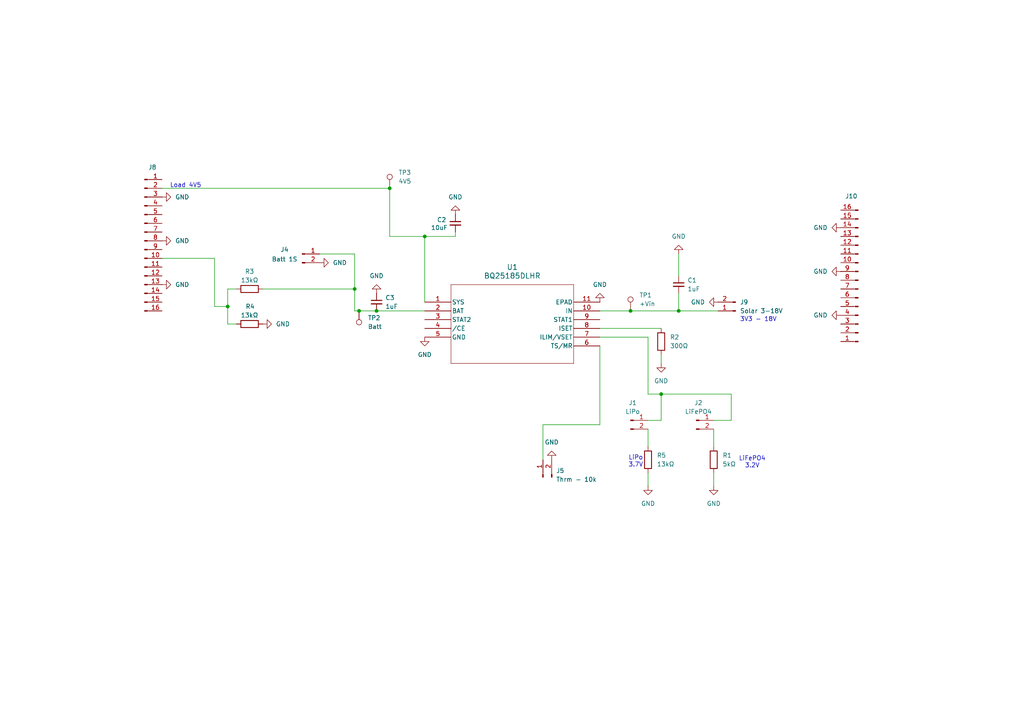
<source format=kicad_sch>
(kicad_sch (version 20231120) (generator "eeschema") (generator_version "8.0")
  (paper "A4")
  (title_block (title "Burly Mountain LiPo/LiFePO4 Solar Charger") (date "2024-12-18") (rev "1.1") (company "Burly Mountain"))
  (lib_symbols
    (symbol "2024-11-20_00-25-06:BQ25185DLHR" (pin_names (offset 0.254))
      (property "Reference" "U" (at 25.4 10.16 0))
      (property "Value" "BQ25185DLHR" (at 25.4 7.62 0))
      (symbol "BQ25185DLHR_0_1"
        (polyline (pts (xy 7.62 -17.78) (xy 43.18 -17.78)) (stroke (width 0.127)))
        (polyline (pts (xy 7.62 5.08) (xy 7.62 -17.78)) (stroke (width 0.127)))
        (polyline (pts (xy 43.18 -17.78) (xy 43.18 5.08)) (stroke (width 0.127)))
        (polyline (pts (xy 43.18 5.08) (xy 7.62 5.08)) (stroke (width 0.127)))
        (pin power_in line (at 0 0 0) (length 7.62) (name "SYS") (number "1"))
        (pin input line (at 50.8 -2.54 180) (length 7.62) (name "IN") (number "10"))
        (pin unspecified line (at 50.8 0 180) (length 7.62) (name "EPAD") (number "11"))
        (pin power_in line (at 0 -2.54 0) (length 7.62) (name "BAT") (number "2"))
        (pin output line (at 0 -5.08 0) (length 7.62) (name "STAT2") (number "3"))
        (pin input line (at 0 -7.62 0) (length 7.62) (name "/CE") (number "4"))
        (pin power_out line (at 0 -10.16 0) (length 7.62) (name "GND") (number "5"))
        (pin bidirectional line (at 50.8 -12.7 180) (length 7.62) (name "TS/MR") (number "6"))
        (pin bidirectional line (at 50.8 -10.16 180) (length 7.62) (name "ILIM/VSET") (number "7"))
        (pin bidirectional line (at 50.8 -7.62 180) (length 7.62) (name "ISET") (number "8"))
        (pin output line (at 50.8 -5.08 180) (length 7.62) (name "STAT1") (number "9"))
      )
    )
    (symbol "Connector:Conn_01x02_Pin" (pin_names (offset 1.016) hide)
      (property "Reference" "J" (at 0 2.54 0))
      (property "Value" "Conn_01x02_Pin" (at 0 -5.08 0))
      (symbol "Conn_01x02_Pin_1_1"
        (polyline (pts (xy 1.27 -2.54) (xy 0.8636 -2.54)) (stroke (width 0.1524)))
        (polyline (pts (xy 1.27 0) (xy 0.8636 0)) (stroke (width 0.1524)))
        (rectangle (start 0.8636 -2.413) (end 0 -2.667) (stroke (width 0.1524)) (fill (type outline)))
        (rectangle (start 0.8636 0.127) (end 0 -0.127) (stroke (width 0.1524)) (fill (type outline)))
        (pin passive line (at 5.08 0 180) (length 3.81) (name "Pin_1") (number "1"))
        (pin passive line (at 5.08 -2.54 180) (length 3.81) (name "Pin_2") (number "2"))
      )
    )
    (symbol "Connector:Conn_01x16_Pin" (pin_names (offset 1.016) hide)
      (property "Reference" "J" (at 0 20.32 0))
      (property "Value" "Conn_01x16_Pin" (at 0 -22.86 0))
      (symbol "Conn_01x16_Pin_1_1"
        (polyline (pts (xy 1.27 -20.32) (xy 0.8636 -20.32)) (stroke (width 0.1524)))
        (polyline (pts (xy 1.27 -17.78) (xy 0.8636 -17.78)) (stroke (width 0.1524)))
        (polyline (pts (xy 1.27 -15.24) (xy 0.8636 -15.24)) (stroke (width 0.1524)))
        (polyline (pts (xy 1.27 -12.7) (xy 0.8636 -12.7)) (stroke (width 0.1524)))
        (polyline (pts (xy 1.27 -10.16) (xy 0.8636 -10.16)) (stroke (width 0.1524)))
        (polyline (pts (xy 1.27 -7.62) (xy 0.8636 -7.62)) (stroke (width 0.1524)))
        (polyline (pts (xy 1.27 -5.08) (xy 0.8636 -5.08)) (stroke (width 0.1524)))
        (polyline (pts (xy 1.27 -2.54) (xy 0.8636 -2.54)) (stroke (width 0.1524)))
        (polyline (pts (xy 1.27 0) (xy 0.8636 0)) (stroke (width 0.1524)))
        (polyline (pts (xy 1.27 2.54) (xy 0.8636 2.54)) (stroke (width 0.1524)))
        (polyline (pts (xy 1.27 5.08) (xy 0.8636 5.08)) (stroke (width 0.1524)))
        (polyline (pts (xy 1.27 7.62) (xy 0.8636 7.62)) (stroke (width 0.1524)))
        (polyline (pts (xy 1.27 10.16) (xy 0.8636 10.16)) (stroke (width 0.1524)))
        (polyline (pts (xy 1.27 12.7) (xy 0.8636 12.7)) (stroke (width 0.1524)))
        (polyline (pts (xy 1.27 15.24) (xy 0.8636 15.24)) (stroke (width 0.1524)))
        (polyline (pts (xy 1.27 17.78) (xy 0.8636 17.78)) (stroke (width 0.1524)))
        (rectangle (start 0.8636 -20.193) (end 0 -20.447) (stroke (width 0.1524)) (fill (type outline)))
        (rectangle (start 0.8636 -17.653) (end 0 -17.907) (stroke (width 0.1524)) (fill (type outline)))
        (rectangle (start 0.8636 -15.113) (end 0 -15.367) (stroke (width 0.1524)) (fill (type outline)))
        (rectangle (start 0.8636 -12.573) (end 0 -12.827) (stroke (width 0.1524)) (fill (type outline)))
        (rectangle (start 0.8636 -10.033) (end 0 -10.287) (stroke (width 0.1524)) (fill (type outline)))
        (rectangle (start 0.8636 -7.493) (end 0 -7.747) (stroke (width 0.1524)) (fill (type outline)))
        (rectangle (start 0.8636 -4.953) (end 0 -5.207) (stroke (width 0.1524)) (fill (type outline)))
        (rectangle (start 0.8636 -2.413) (end 0 -2.667) (stroke (width 0.1524)) (fill (type outline)))
        (rectangle (start 0.8636 0.127) (end 0 -0.127) (stroke (width 0.1524)) (fill (type outline)))
        (rectangle (start 0.8636 2.667) (end 0 2.413) (stroke (width 0.1524)) (fill (type outline)))
        (rectangle (start 0.8636 5.207) (end 0 4.953) (stroke (width 0.1524)) (fill (type outline)))
        (rectangle (start 0.8636 7.747) (end 0 7.493) (stroke (width 0.1524)) (fill (type outline)))
        (rectangle (start 0.8636 10.287) (end 0 10.033) (stroke (width 0.1524)) (fill (type outline)))
        (rectangle (start 0.8636 12.827) (end 0 12.573) (stroke (width 0.1524)) (fill (type outline)))
        (rectangle (start 0.8636 15.367) (end 0 15.113) (stroke (width 0.1524)) (fill (type outline)))
        (rectangle (start 0.8636 17.907) (end 0 17.653) (stroke (width 0.1524)) (fill (type outline)))
        (pin passive line (at 5.08 17.78 180) (length 3.81) (name "Pin_1") (number "1"))
        (pin passive line (at 5.08 -5.08 180) (length 3.81) (name "Pin_10") (number "10"))
        (pin passive line (at 5.08 -7.62 180) (length 3.81) (name "Pin_11") (number "11"))
        (pin passive line (at 5.08 -10.16 180) (length 3.81) (name "Pin_12") (number "12"))
        (pin passive line (at 5.08 -12.7 180) (length 3.81) (name "Pin_13") (number "13"))
        (pin passive line (at 5.08 -15.24 180) (length 3.81) (name "Pin_14") (number "14"))
        (pin passive line (at 5.08 -17.78 180) (length 3.81) (name "Pin_15") (number "15"))
        (pin passive line (at 5.08 -20.32 180) (length 3.81) (name "Pin_16") (number "16"))
        (pin passive line (at 5.08 15.24 180) (length 3.81) (name "Pin_2") (number "2"))
        (pin passive line (at 5.08 12.7 180) (length 3.81) (name "Pin_3") (number "3"))
        (pin passive line (at 5.08 10.16 180) (length 3.81) (name "Pin_4") (number "4"))
        (pin passive line (at 5.08 7.62 180) (length 3.81) (name "Pin_5") (number "5"))
        (pin passive line (at 5.08 5.08 180) (length 3.81) (name "Pin_6") (number "6"))
        (pin passive line (at 5.08 2.54 180) (length 3.81) (name "Pin_7") (number "7"))
        (pin passive line (at 5.08 0 180) (length 3.81) (name "Pin_8") (number "8"))
        (pin passive line (at 5.08 -2.54 180) (length 3.81) (name "Pin_9") (number "9"))
      )
    )
    (symbol "Connector:TestPoint" (pin_numbers hide) (pin_names (offset 0.762) hide)
      (property "Reference" "TP" (at 0 6.858 0))
      (property "Value" "TestPoint" (at 0 5.08 0))
      (symbol "TestPoint_0_1"
        (circle (center 0 3.302) (radius 0.762))
      )
      (symbol "TestPoint_1_1"
        (pin passive line (at 0 0 90) (length 2.54) (name "1") (number "1"))
      )
    )
    (symbol "Device:C_Small" (pin_numbers hide) (pin_names (offset 0.254) hide)
      (property "Reference" "C" (at 0.254 1.778 0))
      (property "Value" "C_Small" (at 0.254 -2.032 0))
      (symbol "C_Small_0_1"
        (polyline (pts (xy -1.524 -0.508) (xy 1.524 -0.508)) (stroke (width 0.3302)))
        (polyline (pts (xy -1.524 0.508) (xy 1.524 0.508)) (stroke (width 0.3048)))
      )
      (symbol "C_Small_1_1"
        (pin passive line (at 0 2.54 270) (length 2.032) (name "~") (number "1"))
        (pin passive line (at 0 -2.54 90) (length 2.032) (name "~") (number "2"))
      )
    )
    (symbol "Device:R" (pin_numbers hide) (pin_names (offset 0))
      (property "Reference" "R" (at 2.032 0 90))
      (property "Value" "R" (at 0 0 90))
      (symbol "R_0_1"
        (rectangle (start -1.016 -2.54) (end 1.016 2.54) (stroke (width 0.254)))
      )
      (symbol "R_1_1"
        (pin passive line (at 0 3.81 270) (length 1.27) (name "~") (number "1"))
        (pin passive line (at 0 -3.81 90) (length 1.27) (name "~") (number "2"))
      )
    )
    (symbol "power:GND" (power) (pin_numbers hide) (pin_names (offset 0) hide)
      (property "Value" "GND" (at 0 -3.81 0))
      (symbol "GND_0_1"
        (polyline (pts (xy 0 0) (xy 0 -1.27) (xy 1.27 -1.27) (xy 0 -2.54) (xy -1.27 -1.27) (xy 0 -1.27)))
      )
      (symbol "GND_1_1"
        (pin power_in line (at 0 0 270) (length 0) (name "~") (number "1"))
      )
    )
  )
  (junction (at 191.77 114.3))
  (junction (at 109.22 90.17))
  (junction (at 182.88 90.17))
  (junction (at 196.85 90.17))
  (junction (at 102.87 83.82))
  (junction (at 113.03 54.61))
  (junction (at 104.14 90.17))
  (junction (at 66.04 88.9))
  (junction (at 123.19 68.58))
  (wire (pts (xy 113.03 68.58) (xy 123.19 68.58)))
  (wire (pts (xy 62.23 88.9) (xy 62.23 74.93)))
  (wire (pts (xy 46.99 74.93) (xy 62.23 74.93)))
  (wire (pts (xy 132.08 67.31) (xy 132.08 68.58)))
  (wire (pts (xy 212.09 121.92) (xy 207.01 121.92)))
  (wire (pts (xy 109.22 90.17) (xy 123.19 90.17)))
  (wire (pts (xy 104.14 90.17) (xy 102.87 90.17)))
  (wire (pts (xy 66.04 88.9) (xy 66.04 93.98)))
  (wire (pts (xy 191.77 102.87) (xy 191.77 105.41)))
  (wire (pts (xy 113.03 68.58) (xy 113.03 54.61)))
  (wire (pts (xy 207.01 124.46) (xy 207.01 129.54)))
  (wire (pts (xy 132.08 68.58) (xy 123.19 68.58)))
  (wire (pts (xy 207.01 137.16) (xy 207.01 140.97)))
  (wire (pts (xy 196.85 73.66) (xy 196.85 80.01)))
  (wire (pts (xy 157.48 123.19) (xy 173.99 123.19)))
  (wire (pts (xy 191.77 114.3) (xy 191.77 121.92)))
  (wire (pts (xy 173.99 100.33) (xy 173.99 123.19)))
  (wire (pts (xy 113.03 54.61) (xy 46.99 54.61)))
  (wire (pts (xy 187.96 114.3) (xy 191.77 114.3)))
  (wire (pts (xy 191.77 121.92) (xy 187.96 121.92)))
  (wire (pts (xy 212.09 114.3) (xy 212.09 121.92)))
  (wire (pts (xy 187.96 97.79) (xy 187.96 114.3)))
  (wire (pts (xy 123.19 68.58) (xy 123.19 87.63)))
  (wire (pts (xy 173.99 97.79) (xy 187.96 97.79)))
  (wire (pts (xy 196.85 90.17) (xy 208.28 90.17)))
  (wire (pts (xy 109.22 90.17) (xy 104.14 90.17)))
  (wire (pts (xy 102.87 73.66) (xy 92.71 73.66)))
  (wire (pts (xy 66.04 88.9) (xy 62.23 88.9)))
  (wire (pts (xy 102.87 90.17) (xy 102.87 83.82)))
  (wire (pts (xy 102.87 83.82) (xy 102.87 73.66)))
  (wire (pts (xy 182.88 90.17) (xy 196.85 90.17)))
  (wire (pts (xy 191.77 114.3) (xy 212.09 114.3)))
  (wire (pts (xy 173.99 90.17) (xy 182.88 90.17)))
  (wire (pts (xy 66.04 83.82) (xy 66.04 88.9)))
  (wire (pts (xy 66.04 93.98) (xy 68.58 93.98)))
  (wire (pts (xy 76.2 83.82) (xy 102.87 83.82)))
  (wire (pts (xy 187.96 137.16) (xy 187.96 140.97)))
  (wire (pts (xy 187.96 124.46) (xy 187.96 129.54)))
  (wire (pts (xy 196.85 85.09) (xy 196.85 90.17)))
  (wire (pts (xy 157.48 123.19) (xy 157.48 133.35)))
  (wire (pts (xy 173.99 95.25) (xy 191.77 95.25)))
  (wire (pts (xy 68.58 83.82) (xy 66.04 83.82)))
  (text "Load 4V5" (at 53.848 53.848 0) (effects (font (size 1.27 1.27))))
  (text "3V3 - 18V" (at 219.964 92.71 0) (effects (font (size 1.27 1.27))))
  (text "LiFePO4\n3.2V" (at 218.186 134.112 0) (effects (font (size 1.27 1.27))))
  (text "LiPo\n3.7V" (at 184.404 133.858 0) (effects (font (size 1.27 1.27))))
  (symbol (lib_id "Device:R") (at 187.96 133.35 0) (unit 1)
    (property "Reference" "R5" (at 190.5 132.0799 0) (effects (justify left)))
    (property "Value" "13kΩ" (at 190.5 134.6199 0) (effects (justify left)))
    (property "Footprint" "Resistor_SMD:R_0805_2012Metric" (effects (hide yes)))
    (property "Description" "Resistor" (effects (hide yes)))
  )
  (symbol (lib_id "Connector:Conn_01x02_Pin") (at 157.48 138.43 90) (unit 1)
    (property "Reference" "J5" (at 161.29 136.5249 90) (effects (justify right)))
    (property "Value" "Thrm - 10k" (at 161.29 139.0649 90) (effects (justify right)))
    (property "Footprint" "Connector_Wire:SolderWire-0.5sqmm_1x02_P4.6mm_D0.9mm_OD2.1mm" (effects (hide yes)))
    (property "Description" "Generic connector, single row, 01x02, script generated" (effects (hide yes)))
  )
  (symbol (lib_id "Device:C_Small") (at 132.08 64.77 0) (unit 1)
    (property "Reference" "C2" (at 126.746 63.754 0) (effects (justify left)))
    (property "Value" "10uF" (at 124.968 66.04 0) (effects (justify left)))
    (property "Footprint" "Capacitor_SMD:C_0805_2012Metric" (effects (hide yes)))
    (property "Description" "Unpolarized capacitor, small symbol" (effects (hide yes)))
  )
  (symbol (lib_id "power:GND") (at 243.84 78.74 270) (unit 1)
    (property "Reference" "#PWR021" (effects (hide yes)))
    (property "Value" "GND" (at 240.03 78.7399 90) (effects (justify right)))
    (property "Description" "Power symbol creates a global label with name \"GND\" , ground" (effects (hide yes)))
  )
  (symbol (lib_id "power:GND") (at 160.02 133.35 180) (unit 1)
    (property "Reference" "#PWR07" (effects (hide yes)))
    (property "Value" "GND" (at 160.02 128.27 0))
    (property "Description" "Power symbol creates a global label with name \"GND\" , ground" (effects (hide yes)))
  )
  (symbol (lib_id "Connector:Conn_01x16_Pin") (at 248.92 81.28 180) (unit 1)
    (property "Reference" "J10" (at 245.11 56.896 0) (effects (justify right)))
    (property "Value" "Conn_01x16_Pin" (effects (hide yes)))
    (property "Footprint" "Connector_PinHeader_2.54mm:PinHeader_1x16_P2.54mm_Vertical" (effects (hide yes)))
    (property "Description" "Generic connector, single row, 01x16, script generated" (effects (hide yes)))
  )
  (symbol (lib_id "Connector:Conn_01x16_Pin") (at 41.91 69.85 0) (unit 1)
    (property "Reference" "J8" (at 44.196 48.514 0))
    (property "Value" "Conn_01x16_Pin" (effects (hide yes)))
    (property "Footprint" "Connector_PinHeader_2.54mm:PinHeader_1x16_P2.54mm_Vertical" (effects (hide yes)))
    (property "Description" "Generic connector, single row, 01x16, script generated" (effects (hide yes)))
  )
  (symbol (lib_id "Connector:TestPoint") (at 104.14 90.17 180) (unit 1)
    (property "Reference" "TP2" (at 106.68 92.2019 0) (effects (justify right)))
    (property "Value" "Batt" (at 106.68 94.7419 0) (effects (justify right)))
    (property "Footprint" "TestPoint:TestPoint_Pad_D1.0mm" (effects (hide yes)))
    (property "Description" "test point" (effects (hide yes)))
  )
  (symbol (lib_id "Connector:Conn_01x02_Pin") (at 87.63 73.66 0) (unit 1)
    (property "Reference" "J4" (at 82.55 72.39 0))
    (property "Value" "Batt 1S" (at 82.55 75.184 0))
    (property "Footprint" "Connector_JST:JST_PH_S2B-PH-K_1x02_P2.00mm_Horizontal" (effects (hide yes)))
    (property "Description" "Generic connector, single row, 01x02, script generated" (effects (hide yes)))
  )
  (symbol (lib_id "power:GND") (at 196.85 73.66 180) (unit 1)
    (property "Reference" "#PWR01" (effects (hide yes)))
    (property "Value" "GND" (at 196.85 68.58 0))
    (property "Description" "Power symbol creates a global label with name \"GND\" , ground" (effects (hide yes)))
  )
  (symbol (lib_id "power:GND") (at 243.84 66.04 270) (unit 1)
    (property "Reference" "#PWR018" (effects (hide yes)))
    (property "Value" "GND" (at 240.03 66.0399 90) (effects (justify right)))
    (property "Description" "Power symbol creates a global label with name \"GND\" , ground" (effects (hide yes)))
  )
  (symbol (lib_id "Device:C_Small") (at 196.85 82.55 0) (unit 1)
    (property "Reference" "C1" (at 199.39 81.2862 0) (effects (justify left)))
    (property "Value" "1uF" (at 199.39 83.8262 0) (effects (justify left)))
    (property "Footprint" "Capacitor_SMD:C_0805_2012Metric" (effects (hide yes)))
    (property "Description" "Unpolarized capacitor, small symbol" (effects (hide yes)))
  )
  (symbol (lib_id "Device:C_Small") (at 109.22 87.63 0) (unit 1)
    (property "Reference" "C3" (at 111.76 86.3662 0) (effects (justify left)))
    (property "Value" "1uF" (at 111.76 88.9062 0) (effects (justify left)))
    (property "Footprint" "Capacitor_SMD:C_0805_2012Metric" (effects (hide yes)))
    (property "Description" "Unpolarized capacitor, small symbol" (effects (hide yes)))
  )
  (symbol (lib_id "Connector:Conn_01x02_Pin") (at 201.93 121.92 0) (unit 1)
    (property "Reference" "J2" (at 202.565 116.84 0))
    (property "Value" "LiFePO4" (at 202.565 119.38 0))
    (property "Footprint" "Connector_PinHeader_2.54mm:PinHeader_1x02_P2.54mm_Vertical" (effects (hide yes)))
    (property "Description" "Generic connector, single row, 01x02, script generated" (effects (hide yes)))
  )
  (symbol (lib_id "power:GND") (at 132.08 62.23 180) (unit 1)
    (property "Reference" "#PWR02" (effects (hide yes)))
    (property "Value" "GND" (at 132.08 57.15 0))
    (property "Description" "Power symbol creates a global label with name \"GND\" , ground" (effects (hide yes)))
  )
  (symbol (lib_id "Connector:Conn_01x02_Pin") (at 182.88 121.92 0) (unit 1)
    (property "Reference" "J1" (at 183.515 116.84 0))
    (property "Value" "LiPo" (at 183.515 119.38 0))
    (property "Footprint" "Connector_PinHeader_2.54mm:PinHeader_1x02_P2.54mm_Vertical" (effects (hide yes)))
    (property "Description" "Generic connector, single row, 01x02, script generated" (effects (hide yes)))
  )
  (symbol (lib_id "Connector:TestPoint") (at 113.03 54.61 0) (unit 1)
    (property "Reference" "TP3" (at 115.57 50.0379 0) (effects (justify left)))
    (property "Value" "4V5" (at 115.57 52.5779 0) (effects (justify left)))
    (property "Footprint" "TestPoint:TestPoint_Pad_D1.0mm" (effects (hide yes)))
    (property "Description" "test point" (effects (hide yes)))
  )
  (symbol (lib_id "Device:R") (at 207.01 133.35 0) (unit 1)
    (property "Reference" "R1" (at 209.55 132.0799 0) (effects (justify left)))
    (property "Value" "5kΩ" (at 209.55 134.6199 0) (effects (justify left)))
    (property "Footprint" "Resistor_SMD:R_0805_2012Metric" (effects (hide yes)))
    (property "Description" "Resistor" (effects (hide yes)))
  )
  (symbol (lib_id "Device:R") (at 72.39 83.82 90) (unit 1)
    (property "Reference" "R3" (at 72.39 78.74 90))
    (property "Value" "13kΩ" (at 72.39 81.28 90))
    (property "Footprint" "Resistor_SMD:R_0805_2012Metric" (effects (hide yes)))
    (property "Description" "Resistor" (effects (hide yes)))
  )
  (symbol (lib_id "Device:R") (at 72.39 93.98 90) (unit 1)
    (property "Reference" "R4" (at 73.914 88.9 90) (effects (justify left)))
    (property "Value" "13kΩ" (at 74.93 91.44 90) (effects (justify left)))
    (property "Footprint" "Resistor_SMD:R_0805_2012Metric" (effects (hide yes)))
    (property "Description" "Resistor" (effects (hide yes)))
  )
  (symbol (lib_id "power:GND") (at 46.99 69.85 90) (unit 1)
    (property "Reference" "#PWR019" (effects (hide yes)))
    (property "Value" "GND" (at 50.8 69.8499 90) (effects (justify right)))
    (property "Description" "Power symbol creates a global label with name \"GND\" , ground" (effects (hide yes)))
  )
  (symbol (lib_id "power:GND") (at 173.99 87.63 180) (unit 1)
    (property "Reference" "#PWR016" (effects (hide yes)))
    (property "Value" "GND" (at 173.99 82.55 0))
    (property "Description" "Power symbol creates a global label with name \"GND\" , ground" (effects (hide yes)))
  )
  (symbol (lib_id "power:GND") (at 207.01 140.97 0) (unit 1)
    (property "Reference" "#PWR08" (effects (hide yes)))
    (property "Value" "GND" (at 207.01 146.05 0))
    (property "Description" "Power symbol creates a global label with name \"GND\" , ground" (effects (hide yes)))
  )
  (symbol (lib_id "power:GND") (at 109.22 85.09 180) (unit 1)
    (property "Reference" "#PWR04" (effects (hide yes)))
    (property "Value" "GND" (at 109.22 80.01 0))
    (property "Description" "Power symbol creates a global label with name \"GND\" , ground" (effects (hide yes)))
  )
  (symbol (lib_id "power:GND") (at 187.96 140.97 0) (unit 1)
    (property "Reference" "#PWR014" (effects (hide yes)))
    (property "Value" "GND" (at 187.96 146.05 0))
    (property "Description" "Power symbol creates a global label with name \"GND\" , ground" (effects (hide yes)))
  )
  (symbol (lib_id "power:GND") (at 46.99 57.15 90) (unit 1)
    (property "Reference" "#PWR010" (effects (hide yes)))
    (property "Value" "GND" (at 50.8 57.1499 90) (effects (justify right)))
    (property "Description" "Power symbol creates a global label with name \"GND\" , ground" (effects (hide yes)))
  )
  (symbol (lib_id "power:GND") (at 123.19 97.79 0) (unit 1)
    (property "Reference" "#PWR05" (effects (hide yes)))
    (property "Value" "GND" (at 123.19 102.87 0))
    (property "Description" "Power symbol creates a global label with name \"GND\" , ground" (effects (hide yes)))
  )
  (symbol (lib_id "Connector:Conn_01x02_Pin") (at 213.36 90.17 180) (unit 1)
    (property "Reference" "J9" (at 214.63 87.6299 0) (effects (justify right)))
    (property "Value" "Solar 3-18V" (at 214.63 90.1699 0) (effects (justify right)))
    (property "Footprint" "Connector_JST:JST_PH_S2B-PH-K_1x02_P2.00mm_Horizontal" (effects (hide yes)))
    (property "Description" "Generic connector, single row, 01x02, script generated" (effects (hide yes)))
  )
  (symbol (lib_id "Device:R") (at 191.77 99.06 0) (unit 1)
    (property "Reference" "R2" (at 194.31 97.7899 0) (effects (justify left)))
    (property "Value" "300Ω" (at 194.31 100.3299 0) (effects (justify left)))
    (property "Footprint" "Resistor_SMD:R_0805_2012Metric" (effects (hide yes)))
    (property "Description" "Resistor" (effects (hide yes)))
  )
  (symbol (lib_id "power:GND") (at 46.99 82.55 90) (unit 1)
    (property "Reference" "#PWR017" (effects (hide yes)))
    (property "Value" "GND" (at 50.8 82.5499 90) (effects (justify right)))
    (property "Description" "Power symbol creates a global label with name \"GND\" , ground" (effects (hide yes)))
  )
  (symbol (lib_id "power:GND") (at 76.2 93.98 90) (unit 1)
    (property "Reference" "#PWR011" (effects (hide yes)))
    (property "Value" "GND" (at 80.01 93.9799 90) (effects (justify right)))
    (property "Description" "Power symbol creates a global label with name \"GND\" , ground" (effects (hide yes)))
  )
  (symbol (lib_id "power:GND") (at 191.77 105.41 0) (unit 1)
    (property "Reference" "#PWR015" (effects (hide yes)))
    (property "Value" "GND" (at 191.77 110.49 0))
    (property "Description" "Power symbol creates a global label with name \"GND\" , ground" (effects (hide yes)))
  )
  (symbol (lib_id "Connector:TestPoint") (at 182.88 90.17 0) (unit 1)
    (property "Reference" "TP1" (at 185.42 85.5979 0) (effects (justify left)))
    (property "Value" "+Vin" (at 185.42 88.1379 0) (effects (justify left)))
    (property "Footprint" "TestPoint:TestPoint_Pad_D1.0mm" (effects (hide yes)))
    (property "Description" "test point" (effects (hide yes)))
  )
  (symbol (lib_id "power:GND") (at 92.71 76.2 90) (unit 1)
    (property "Reference" "#PWR03" (effects (hide yes)))
    (property "Value" "GND" (at 96.52 76.1999 90) (effects (justify right)))
    (property "Description" "Power symbol creates a global label with name \"GND\" , ground" (effects (hide yes)))
  )
  (symbol (lib_id "power:GND") (at 208.28 87.63 270) (unit 1)
    (property "Reference" "#PWR09" (effects (hide yes)))
    (property "Value" "GND" (at 204.47 87.6299 90) (effects (justify right)))
    (property "Description" "Power symbol creates a global label with name \"GND\" , ground" (effects (hide yes)))
  )
  (symbol (lib_id "power:GND") (at 243.84 91.44 270) (unit 1)
    (property "Reference" "#PWR020" (effects (hide yes)))
    (property "Value" "GND" (at 240.03 91.4399 90) (effects (justify right)))
    (property "Description" "Power symbol creates a global label with name \"GND\" , ground" (effects (hide yes)))
  )
  (symbol (lib_id "2024-11-20_00-25-06:BQ25185DLHR") (at 123.19 87.63 0) (unit 1)
    (property "Reference" "U1" (at 148.59 77.47 0) (effects (font (size 1.524 1.524))))
    (property "Value" "BQ25185DLHR" (at 148.59 80.01 0) (effects (font (size 1.524 1.524))))
    (property "Footprint" "bq25185 footprints:WSON10_DLH_TEX" (effects (hide yes)))
    (property "Datasheet" "BQ25185DLHR" (effects (hide yes)))
  )
)
</source>
